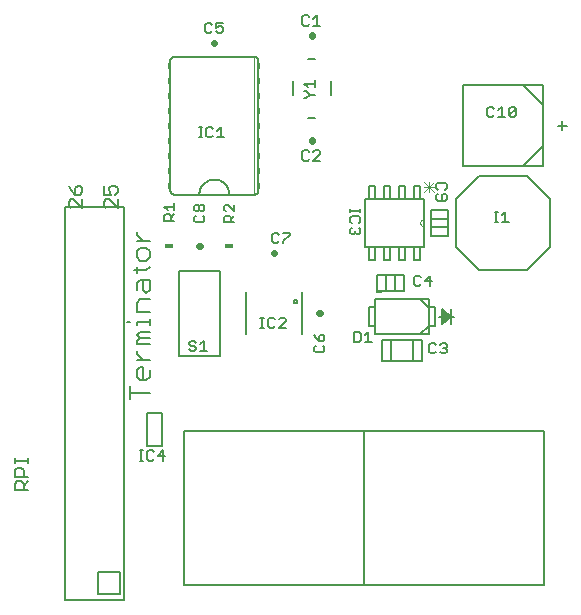
<source format=gto>
G75*
G70*
%OFA0B0*%
%FSLAX24Y24*%
%IPPOS*%
%LPD*%
%AMOC8*
5,1,8,0,0,1.08239X$1,22.5*
%
%ADD10C,0.0060*%
%ADD11C,0.0050*%
%ADD12C,0.0080*%
%ADD13C,0.0020*%
%ADD14R,0.0050X0.0200*%
%ADD15C,0.0220*%
%ADD16R,0.0300X0.0180*%
%ADD17C,0.0000*%
%ADD18C,0.0030*%
D10*
X005137Y008460D02*
X005137Y012460D01*
X005341Y013090D02*
X005341Y013517D01*
X005341Y013303D02*
X005982Y013303D01*
X005875Y013734D02*
X005662Y013734D01*
X005555Y013841D01*
X005555Y014055D01*
X005662Y014161D01*
X005768Y014161D01*
X005768Y013734D01*
X005875Y013734D02*
X005982Y013841D01*
X005982Y014055D01*
X005982Y014379D02*
X005555Y014379D01*
X005768Y014379D02*
X005555Y014592D01*
X005555Y014699D01*
X005555Y014916D02*
X005555Y015023D01*
X005662Y015129D01*
X005555Y015236D01*
X005662Y015343D01*
X005982Y015343D01*
X005982Y015129D02*
X005662Y015129D01*
X005555Y014916D02*
X005982Y014916D01*
X005982Y015561D02*
X005982Y015774D01*
X005982Y015667D02*
X005555Y015667D01*
X005555Y015561D01*
X005341Y015667D02*
X005235Y015667D01*
X005555Y015990D02*
X005555Y016311D01*
X005662Y016417D01*
X005982Y016417D01*
X005875Y016635D02*
X005768Y016742D01*
X005768Y017062D01*
X005662Y017062D02*
X005982Y017062D01*
X005982Y016742D01*
X005875Y016635D01*
X005555Y016742D02*
X005555Y016955D01*
X005662Y017062D01*
X005555Y017279D02*
X005555Y017493D01*
X005448Y017386D02*
X005875Y017386D01*
X005982Y017493D01*
X005875Y017709D02*
X005982Y017816D01*
X005982Y018029D01*
X005875Y018136D01*
X005662Y018136D01*
X005555Y018029D01*
X005555Y017816D01*
X005662Y017709D01*
X005875Y017709D01*
X005768Y018354D02*
X005555Y018567D01*
X005555Y018674D01*
X005555Y018354D02*
X005982Y018354D01*
X006467Y019022D02*
X006467Y019192D01*
X006523Y019249D01*
X006637Y019249D01*
X006693Y019192D01*
X006693Y019022D01*
X006693Y019135D02*
X006807Y019249D01*
X006807Y019390D02*
X006807Y019617D01*
X006807Y019504D02*
X006467Y019504D01*
X006580Y019390D01*
X006467Y019022D02*
X006807Y019022D01*
X007467Y019035D02*
X007523Y018979D01*
X007750Y018979D01*
X007807Y019035D01*
X007807Y019149D01*
X007750Y019205D01*
X007750Y019347D02*
X007693Y019347D01*
X007637Y019404D01*
X007637Y019517D01*
X007693Y019574D01*
X007750Y019574D01*
X007807Y019517D01*
X007807Y019404D01*
X007750Y019347D01*
X007637Y019404D02*
X007580Y019347D01*
X007523Y019347D01*
X007467Y019404D01*
X007467Y019517D01*
X007523Y019574D01*
X007580Y019574D01*
X007637Y019517D01*
X007523Y019205D02*
X007467Y019149D01*
X007467Y019035D01*
X006817Y019910D02*
X009457Y019910D01*
X009480Y019912D01*
X009503Y019917D01*
X009525Y019926D01*
X009545Y019939D01*
X009563Y019954D01*
X009578Y019972D01*
X009591Y019992D01*
X009600Y020014D01*
X009605Y020037D01*
X009607Y020060D01*
X009607Y024360D01*
X009605Y024383D01*
X009600Y024406D01*
X009591Y024428D01*
X009578Y024448D01*
X009563Y024466D01*
X009545Y024481D01*
X009525Y024494D01*
X009503Y024503D01*
X009480Y024508D01*
X009457Y024510D01*
X006817Y024510D01*
X006794Y024508D01*
X006771Y024503D01*
X006749Y024494D01*
X006729Y024481D01*
X006711Y024466D01*
X006696Y024448D01*
X006683Y024428D01*
X006674Y024406D01*
X006669Y024383D01*
X006667Y024360D01*
X006667Y020060D01*
X006669Y020037D01*
X006674Y020014D01*
X006683Y019992D01*
X006696Y019972D01*
X006711Y019954D01*
X006729Y019939D01*
X006749Y019926D01*
X006771Y019917D01*
X006794Y019912D01*
X006817Y019910D01*
X007637Y019910D02*
X007639Y019954D01*
X007645Y019997D01*
X007654Y020039D01*
X007667Y020081D01*
X007684Y020121D01*
X007704Y020160D01*
X007727Y020197D01*
X007754Y020231D01*
X007783Y020264D01*
X007816Y020293D01*
X007850Y020320D01*
X007887Y020343D01*
X007926Y020363D01*
X007966Y020380D01*
X008008Y020393D01*
X008050Y020402D01*
X008093Y020408D01*
X008137Y020410D01*
X008181Y020408D01*
X008224Y020402D01*
X008266Y020393D01*
X008308Y020380D01*
X008348Y020363D01*
X008387Y020343D01*
X008424Y020320D01*
X008458Y020293D01*
X008491Y020264D01*
X008520Y020231D01*
X008547Y020197D01*
X008570Y020160D01*
X008590Y020121D01*
X008607Y020081D01*
X008620Y020039D01*
X008629Y019997D01*
X008635Y019954D01*
X008637Y019910D01*
X008580Y019574D02*
X008523Y019574D01*
X008467Y019517D01*
X008467Y019404D01*
X008523Y019347D01*
X008523Y019205D02*
X008637Y019205D01*
X008693Y019149D01*
X008693Y018979D01*
X008693Y019092D02*
X008807Y019205D01*
X008807Y019347D02*
X008580Y019574D01*
X008807Y019574D02*
X008807Y019347D01*
X008523Y019205D02*
X008467Y019149D01*
X008467Y018979D01*
X008807Y018979D01*
X010067Y018574D02*
X010067Y018347D01*
X010124Y018290D01*
X010237Y018290D01*
X010294Y018347D01*
X010435Y018347D02*
X010435Y018290D01*
X010435Y018347D02*
X010662Y018574D01*
X010662Y018631D01*
X010435Y018631D01*
X010294Y018574D02*
X010237Y018631D01*
X010124Y018631D01*
X010067Y018574D01*
X009207Y016670D02*
X009207Y015250D01*
X009676Y015465D02*
X009789Y015465D01*
X009732Y015465D02*
X009732Y015806D01*
X009676Y015806D02*
X009789Y015806D01*
X009921Y015749D02*
X009921Y015522D01*
X009978Y015465D01*
X010091Y015465D01*
X010148Y015522D01*
X010290Y015465D02*
X010516Y015692D01*
X010516Y015749D01*
X010460Y015806D01*
X010346Y015806D01*
X010290Y015749D01*
X010148Y015749D02*
X010091Y015806D01*
X009978Y015806D01*
X009921Y015749D01*
X010290Y015465D02*
X010516Y015465D01*
X011067Y015250D02*
X011067Y016670D01*
X011467Y015242D02*
X011523Y015129D01*
X011637Y015015D01*
X011637Y015185D01*
X011693Y015242D01*
X011750Y015242D01*
X011807Y015185D01*
X011807Y015072D01*
X011750Y015015D01*
X011637Y015015D01*
X011750Y014874D02*
X011807Y014817D01*
X011807Y014704D01*
X011750Y014647D01*
X011523Y014647D01*
X011467Y014704D01*
X011467Y014817D01*
X011523Y014874D01*
X012793Y014990D02*
X012964Y014990D01*
X013020Y015047D01*
X013020Y015274D01*
X012964Y015331D01*
X012793Y015331D01*
X012793Y014990D01*
X013162Y014990D02*
X013389Y014990D01*
X013275Y014990D02*
X013275Y015331D01*
X013162Y015217D01*
X013287Y015515D02*
X013487Y015515D01*
X013487Y016155D01*
X013287Y016155D01*
X013287Y015515D01*
X013487Y015255D02*
X015287Y015255D01*
X015287Y016415D01*
X013487Y016415D01*
X013487Y015255D01*
X013717Y015070D02*
X013717Y014350D01*
X015057Y014350D01*
X015057Y015070D01*
X013717Y015070D01*
X013717Y015060D02*
X013717Y014350D01*
X014017Y014350D01*
X014017Y015070D01*
X013717Y015060D01*
X014757Y015070D02*
X014757Y014350D01*
X015057Y014350D01*
X015057Y015070D01*
X014757Y015070D01*
X015007Y015255D02*
X015287Y015545D01*
X015287Y015515D02*
X015487Y015515D01*
X015487Y016155D01*
X015287Y016155D01*
X015287Y015515D01*
X015350Y014956D02*
X015293Y014899D01*
X015293Y014672D01*
X015350Y014615D01*
X015464Y014615D01*
X015520Y014672D01*
X015662Y014672D02*
X015719Y014615D01*
X015832Y014615D01*
X015889Y014672D01*
X015889Y014729D01*
X015832Y014785D01*
X015775Y014785D01*
X015832Y014785D02*
X015889Y014842D01*
X015889Y014899D01*
X015832Y014956D01*
X015719Y014956D01*
X015662Y014899D01*
X015520Y014899D02*
X015464Y014956D01*
X015350Y014956D01*
X015727Y015585D02*
X015727Y016085D01*
X016027Y015835D01*
X015727Y015885D01*
X015727Y015935D02*
X016027Y015835D01*
X015727Y015985D01*
X015727Y016035D02*
X016027Y015835D01*
X015727Y015785D01*
X015727Y015735D02*
X016027Y015835D01*
X015727Y015685D01*
X015727Y015635D02*
X016027Y015835D01*
X015727Y015585D01*
X015627Y015835D02*
X016127Y015835D01*
X016027Y015585D02*
X016027Y016085D01*
X015389Y017035D02*
X015162Y017035D01*
X015332Y017206D01*
X015332Y016865D01*
X015020Y016922D02*
X014964Y016865D01*
X014850Y016865D01*
X014793Y016922D01*
X014793Y017149D01*
X014850Y017206D01*
X014964Y017206D01*
X015020Y017149D01*
X014987Y017740D02*
X014797Y017740D01*
X014797Y018170D01*
X014977Y018170D01*
X014987Y017740D01*
X015117Y018170D02*
X015117Y019750D01*
X013157Y019750D01*
X013157Y018170D01*
X015117Y018170D01*
X015357Y018520D02*
X015917Y018520D01*
X015917Y019400D01*
X015357Y019400D01*
X015357Y018520D01*
X015927Y018520D01*
X015917Y018820D01*
X015357Y018820D01*
X015357Y018520D01*
X015357Y019100D02*
X015357Y019400D01*
X015917Y019400D01*
X015917Y019100D01*
X015357Y019100D01*
X015599Y019708D02*
X015825Y019708D01*
X015882Y019765D01*
X015882Y019879D01*
X015825Y019935D01*
X015769Y019935D01*
X015712Y019879D01*
X015712Y019708D01*
X015599Y019708D02*
X015542Y019765D01*
X015542Y019879D01*
X015599Y019935D01*
X015599Y020077D02*
X015542Y020133D01*
X015542Y020247D01*
X015599Y020304D01*
X015825Y020304D01*
X015882Y020247D01*
X015882Y020133D01*
X015825Y020077D01*
X016192Y019750D02*
X016192Y018170D01*
X016972Y017390D01*
X018552Y017390D01*
X019332Y018170D01*
X019332Y019750D01*
X018552Y020530D01*
X016972Y020530D01*
X016192Y019750D01*
X016422Y020870D02*
X019102Y020870D01*
X019102Y023550D01*
X016422Y023550D01*
X016422Y020870D01*
X017291Y022490D02*
X017404Y022490D01*
X017461Y022547D01*
X017603Y022490D02*
X017830Y022490D01*
X017716Y022490D02*
X017716Y022831D01*
X017603Y022717D01*
X017461Y022774D02*
X017404Y022831D01*
X017291Y022831D01*
X017234Y022774D01*
X017234Y022547D01*
X017291Y022490D01*
X017971Y022547D02*
X018198Y022774D01*
X018198Y022547D01*
X018141Y022490D01*
X018028Y022490D01*
X017971Y022547D01*
X017971Y022774D01*
X018028Y022831D01*
X018141Y022831D01*
X018198Y022774D01*
X018432Y023550D02*
X019102Y022880D01*
X019582Y022210D02*
X019882Y022210D01*
X019742Y022060D02*
X019742Y022360D01*
X019102Y021540D02*
X018432Y020870D01*
X017839Y019331D02*
X017839Y018990D01*
X017952Y018990D02*
X017725Y018990D01*
X017593Y018990D02*
X017480Y018990D01*
X017537Y018990D02*
X017537Y019331D01*
X017593Y019331D02*
X017480Y019331D01*
X017725Y019217D02*
X017839Y019331D01*
X015007Y016415D02*
X015287Y016125D01*
X014452Y016680D02*
X014452Y017240D01*
X013572Y017240D01*
X013572Y016680D01*
X014452Y016680D01*
X014452Y017240D01*
X014152Y017240D01*
X014152Y016680D01*
X014452Y016680D01*
X013872Y016680D02*
X013572Y016670D01*
X013572Y017240D01*
X013872Y017240D01*
X013872Y016680D01*
X013797Y017740D02*
X013987Y017740D01*
X013977Y018170D01*
X013797Y018170D01*
X013797Y017740D01*
X013487Y017740D02*
X013477Y018170D01*
X013297Y018170D01*
X013297Y017740D01*
X013487Y017740D01*
X012950Y018586D02*
X012894Y018586D01*
X012837Y018642D01*
X012780Y018586D01*
X012724Y018586D01*
X012667Y018642D01*
X012667Y018756D01*
X012724Y018812D01*
X012724Y018954D02*
X012667Y019011D01*
X012667Y019124D01*
X012724Y019181D01*
X012950Y019181D01*
X013007Y019124D01*
X013007Y019011D01*
X012950Y018954D01*
X012950Y018812D02*
X013007Y018756D01*
X013007Y018642D01*
X012950Y018586D01*
X012837Y018642D02*
X012837Y018699D01*
X013007Y019313D02*
X013007Y019426D01*
X013007Y019370D02*
X012667Y019370D01*
X012667Y019426D02*
X012667Y019313D01*
X013297Y019750D02*
X013287Y020180D01*
X013477Y020180D01*
X013477Y019750D01*
X013297Y019750D01*
X013797Y019750D02*
X013787Y020180D01*
X013977Y020180D01*
X013977Y019750D01*
X013797Y019750D01*
X014297Y019750D02*
X014287Y020180D01*
X014477Y020180D01*
X014477Y019750D01*
X014297Y019750D01*
X014797Y019750D02*
X014787Y020180D01*
X014977Y020180D01*
X014977Y019750D01*
X014797Y019750D01*
X014477Y018170D02*
X014297Y018170D01*
X014297Y017740D01*
X014487Y017740D01*
X014477Y018170D01*
X011669Y021040D02*
X011442Y021040D01*
X011669Y021267D01*
X011669Y021324D01*
X011612Y021381D01*
X011499Y021381D01*
X011442Y021324D01*
X011300Y021324D02*
X011244Y021381D01*
X011130Y021381D01*
X011073Y021324D01*
X011073Y021097D01*
X011130Y021040D01*
X011244Y021040D01*
X011300Y021097D01*
X011198Y023122D02*
X011312Y023235D01*
X011482Y023235D01*
X011312Y023235D02*
X011198Y023349D01*
X011142Y023349D01*
X011255Y023490D02*
X011142Y023604D01*
X011482Y023604D01*
X011482Y023717D02*
X011482Y023490D01*
X011198Y023122D02*
X011142Y023122D01*
X011130Y025540D02*
X011244Y025540D01*
X011300Y025597D01*
X011442Y025540D02*
X011669Y025540D01*
X011555Y025540D02*
X011555Y025881D01*
X011442Y025767D01*
X011300Y025824D02*
X011244Y025881D01*
X011130Y025881D01*
X011073Y025824D01*
X011073Y025597D01*
X011130Y025540D01*
X008419Y025460D02*
X008419Y025347D01*
X008362Y025290D01*
X008249Y025290D01*
X008192Y025347D01*
X008192Y025460D02*
X008305Y025517D01*
X008362Y025517D01*
X008419Y025460D01*
X008419Y025631D02*
X008192Y025631D01*
X008192Y025460D01*
X008050Y025347D02*
X007994Y025290D01*
X007880Y025290D01*
X007823Y025347D01*
X007823Y025574D01*
X007880Y025631D01*
X007994Y025631D01*
X008050Y025574D01*
X008041Y022156D02*
X007928Y022156D01*
X007871Y022099D01*
X007871Y021872D01*
X007928Y021815D01*
X008041Y021815D01*
X008098Y021872D01*
X008240Y021815D02*
X008466Y021815D01*
X008353Y021815D02*
X008353Y022156D01*
X008240Y022042D01*
X008098Y022099D02*
X008041Y022156D01*
X007739Y022156D02*
X007626Y022156D01*
X007682Y022156D02*
X007682Y021815D01*
X007626Y021815D02*
X007739Y021815D01*
X005982Y015990D02*
X005555Y015990D01*
X007298Y014974D02*
X007298Y014917D01*
X007355Y014860D01*
X007469Y014860D01*
X007525Y014804D01*
X007525Y014747D01*
X007469Y014690D01*
X007355Y014690D01*
X007298Y014747D01*
X007298Y014974D02*
X007355Y015031D01*
X007469Y015031D01*
X007525Y014974D01*
X007667Y014917D02*
X007780Y015031D01*
X007780Y014690D01*
X007667Y014690D02*
X007894Y014690D01*
X006397Y012645D02*
X006397Y011525D01*
X005877Y011525D01*
X005877Y012645D01*
X006397Y012645D01*
X006435Y011381D02*
X006265Y011210D01*
X006491Y011210D01*
X006435Y011040D02*
X006435Y011381D01*
X006123Y011324D02*
X006066Y011381D01*
X005953Y011381D01*
X005896Y011324D01*
X005896Y011097D01*
X005953Y011040D01*
X006066Y011040D01*
X006123Y011097D01*
X005764Y011040D02*
X005651Y011040D01*
X005707Y011040D02*
X005707Y011381D01*
X005651Y011381D02*
X005764Y011381D01*
D11*
X005119Y006409D02*
X003151Y006409D01*
X003151Y019480D01*
X005119Y019480D01*
X005119Y006409D01*
X005001Y006596D02*
X004273Y006596D01*
X004273Y007324D01*
X005001Y007324D02*
X005001Y006596D01*
X001931Y010048D02*
X001480Y010048D01*
X001480Y010273D01*
X001555Y010348D01*
X001706Y010348D01*
X001781Y010273D01*
X001781Y010048D01*
X001781Y010198D02*
X001931Y010348D01*
X001931Y010509D02*
X001480Y010509D01*
X001480Y010734D01*
X001555Y010809D01*
X001706Y010809D01*
X001781Y010734D01*
X001781Y010509D01*
X001931Y010969D02*
X001931Y011119D01*
X001931Y011044D02*
X001480Y011044D01*
X001480Y010969D02*
X001480Y011119D01*
X003359Y019450D02*
X003283Y019525D01*
X003283Y019675D01*
X003359Y019751D01*
X003434Y019751D01*
X003734Y019450D01*
X003734Y019751D01*
X003659Y019911D02*
X003734Y019986D01*
X003734Y020136D01*
X003659Y020211D01*
X003584Y020211D01*
X003509Y020136D01*
X003509Y019911D01*
X003659Y019911D01*
X003509Y019911D02*
X003359Y020061D01*
X003283Y020211D01*
X004465Y020211D02*
X004465Y019911D01*
X004690Y019911D01*
X004615Y020061D01*
X004615Y020136D01*
X004690Y020211D01*
X004840Y020211D01*
X004915Y020136D01*
X004915Y019986D01*
X004840Y019911D01*
X004915Y019751D02*
X004915Y019450D01*
X004615Y019751D01*
X004540Y019751D01*
X004465Y019675D01*
X004465Y019525D01*
X004540Y019450D01*
X004273Y007324D02*
X005001Y007324D01*
D12*
X007137Y006904D02*
X013137Y006904D01*
X013137Y012022D01*
X007137Y012022D01*
X007137Y006904D01*
X006948Y014543D02*
X006948Y017378D01*
X008326Y017378D01*
X008326Y014543D01*
X006948Y014543D01*
X010790Y016350D02*
X010792Y016365D01*
X010798Y016378D01*
X010807Y016390D01*
X010818Y016399D01*
X010832Y016405D01*
X010847Y016407D01*
X010862Y016405D01*
X010875Y016399D01*
X010887Y016390D01*
X010896Y016379D01*
X010902Y016365D01*
X010904Y016350D01*
X010902Y016335D01*
X010896Y016322D01*
X010887Y016310D01*
X010876Y016301D01*
X010862Y016295D01*
X010847Y016293D01*
X010832Y016295D01*
X010819Y016301D01*
X010807Y016310D01*
X010798Y016321D01*
X010792Y016335D01*
X010790Y016350D01*
X013137Y012022D02*
X013137Y006904D01*
X019137Y006904D01*
X019137Y012022D01*
X013137Y012022D01*
X011505Y022476D02*
X011269Y022476D01*
X010757Y023224D02*
X010757Y023696D01*
X011269Y024444D02*
X011505Y024444D01*
X012017Y023696D02*
X012017Y023224D01*
D13*
X009467Y024510D02*
X009467Y019910D01*
D14*
X009632Y020210D03*
X009632Y020710D03*
X009632Y021210D03*
X009632Y021710D03*
X009632Y022210D03*
X009632Y022710D03*
X009632Y023210D03*
X009632Y023710D03*
X009632Y024210D03*
X006642Y024210D03*
X006642Y023710D03*
X006642Y023210D03*
X006642Y022710D03*
X006642Y022210D03*
X006642Y021710D03*
X006642Y021210D03*
X006642Y020710D03*
X006642Y020210D03*
D15*
X007625Y018210D02*
X007649Y018210D01*
X010137Y017972D02*
X010137Y017948D01*
X011625Y015960D02*
X011649Y015960D01*
X011387Y021698D02*
X011387Y021722D01*
X011387Y025198D02*
X011387Y025222D01*
X008137Y024972D02*
X008137Y024948D01*
D16*
X008637Y018210D03*
X006637Y018210D03*
D17*
X015127Y018840D02*
X015106Y018841D01*
X015086Y018846D01*
X015066Y018854D01*
X015049Y018865D01*
X015033Y018879D01*
X015021Y018896D01*
X015011Y018914D01*
X015005Y018934D01*
X015002Y018955D01*
X015003Y018976D01*
X015008Y018996D01*
X015016Y019016D01*
X015027Y019033D01*
X015041Y019049D01*
X015058Y019061D01*
X015076Y019071D01*
X015096Y019077D01*
X015117Y019080D01*
D18*
X015140Y020002D02*
X015454Y020315D01*
X015454Y020158D02*
X015140Y020158D01*
X015140Y020315D02*
X015454Y020002D01*
X015297Y020002D02*
X015297Y020315D01*
M02*

</source>
